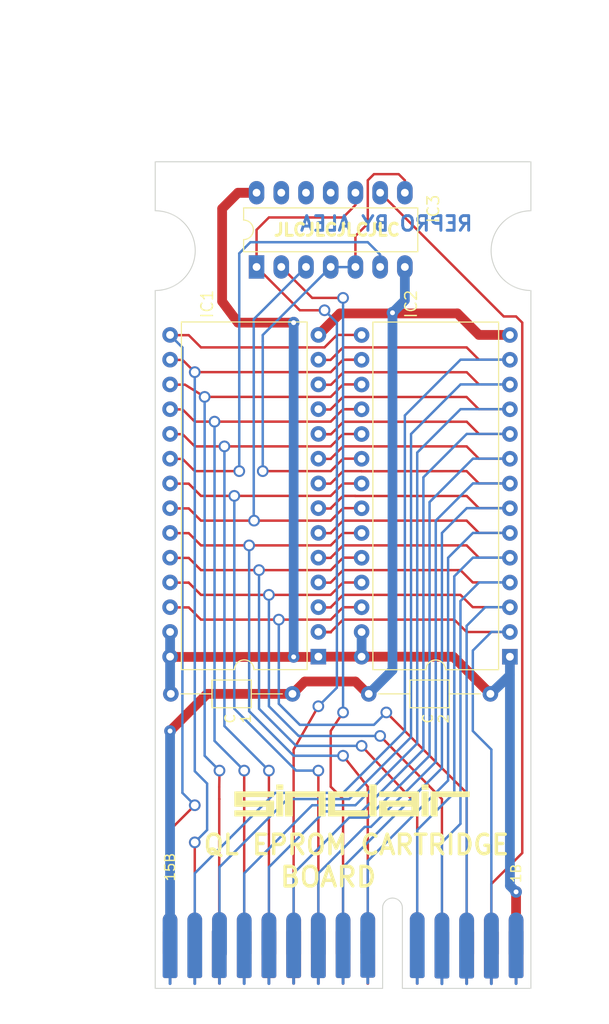
<source format=kicad_pcb>
(kicad_pcb (version 20240108) (generator "pcbnew") (generator_version "8.0")
  (title_block (title "16Kb ROM Cartridge for Sinclair QL") (date "2022-02-04") (rev "0") (company "(c) 2022 Alvaro Alea Fdz.") (comment 1 "IC2 should be 27C128 / W27C512") (comment 2 "https://ohwr.org/cern_ohl_s_v2.txt") (comment 3 "CERN Open Hardware Licence Version 2 - Strongly Reciprocal") (comment 4 "Under License"))
  (layers (0 "F.Cu" signal) (31 "B.Cu" signal) (34 "B.Paste" user) (35 "F.Paste" user) (36 "B.SilkS" user "B.Silkscreen") (37 "F.SilkS" user "F.Silkscreen") (38 "B.Mask" user) (39 "F.Mask" user) (44 "Edge.Cuts" user))
  (net 0 "")
  (net 1 "VCC")
  (net 2 "GND")
  (net 3 "/D3")
  (net 4 "/D4")
  (net 5 "/D2")
  (net 6 "/D5")
  (net 7 "/D1")
  (net 8 "/D6")
  (net 9 "/D0")
  (net 10 "/D7")
  (net 11 "/A0")
  (net 12 "/A15")
  (net 13 "/A1")
  (net 14 "/A10")
  (net 15 "/A2")
  (net 16 "/ROMOE")
  (net 17 "/A3")
  (net 18 "/A11")
  (net 19 "/A4")
  (net 20 "/A9")
  (net 21 "/A5")
  (net 22 "/A8")
  (net 23 "/A6")
  (net 24 "/A13")
  (net 25 "/A7")
  (net 26 "/A14")
  (net 27 "/A12")
  (net 29 "/U1_CE")
  (net 30 "/U2_CE")
  (net 31 "/U_ROMOE")
  (footprint "Package_DIP:DIP-28_W15.24mm" (layer "F.Cu") (at 98.425 110.49 180)
    (property "Reference" "IC2" (hide yes))
    (property "Value" "27C128")
  )
  (footprint "8bits:CART_QL_EDGE" (layer "F.Cu") (at 73.66 139.994)
    (property "Reference" "J1" (hide yes))
    (property "Value" "QL_cartridge_ROM" (hide yes))
  )
  (footprint "Package_DIP:DIP-28_W15.24mm" (layer "F.Cu") (at 78.745 110.48 180)
    (property "Reference" "IC1" (hide yes))
    (property "Value" "27C128")
  )
  (footprint "Capacitor_THT:C_Axial_L3.8mm_D2.6mm_P12.50mm_Horizontal" (layer "F.Cu") (at 63.58 114.3)
    (property "Reference" "C1" (hide yes))
    (property "Value" "C")
  )
  (footprint "Capacitor_THT:C_Axial_L3.8mm_D2.6mm_P12.50mm_Horizontal" (layer "F.Cu") (at 96.42 114.3 180)
    (property "Reference" "C2" (hide yes))
    (property "Value" "C")
  )
  (footprint "Package_DIP:DIP-14_W7.62mm_LongPads" (layer "F.Cu") (at 72.39 70.485 90)
    (property "Reference" "IC3" (hide yes))
    (property "Value" "74LS00")
  )
  (gr_poly (pts (xy 89.395362 123.643521) (xy 90.017653 123.643521) (xy 90.017653 124.084744) (xy 89.395362 124.084744) (xy 89.395362 123.643521)) (stroke (width 0.1)) (fill solid) (layer "F.SilkS"))
  (gr_poly (pts (xy 74.463711 124.356442) (xy 75.087037 124.356442) (xy 75.087037 126.828061) (xy 74.463711 126.828061) (xy 74.463711 124.356442)) (stroke (width 0.1)) (fill solid) (layer "F.SilkS"))
  (gr_poly (pts (xy 84.040149 123.64349) (xy 84.679969 123.64349) (xy 84.679969 126.828061) (xy 84.040149 126.828061) (xy 84.040149 123.64349)) (stroke (width 0.1)) (fill solid) (layer "F.SilkS"))
  (gr_poly (pts (xy 75.35436 126.828061) (xy 75.35436 124.356442) (xy 79.438697 124.356442) (xy 79.438697 126.828061) (xy 78.80764 126.828061) (xy 78.80764 124.841031) (xy 76.073062 124.841031) (xy 76.073062 126.828061) (xy 75.35436 126.828061)) (stroke (width 0.1)) (fill solid) (layer "F.SilkS"))
  (gr_poly (pts (xy 74.463711 123.643521) (xy 75.087037 123.643521) (xy 75.087037 124.084744) (xy 74.463711 124.084744) (xy 74.463711 123.643521)) (stroke (width 0.1)) (fill solid) (layer "F.SilkS"))
  (gr_poly (pts (xy 79.785075 126.828061) (xy 79.785075 124.356442) (xy 83.785973 124.356442) (xy 83.785973 124.841031) (xy 80.411575 124.841031) (xy 80.411575 126.296414) (xy 83.785974 126.296414) (xy 83.785954 126.82803) (xy 79.785075 126.828061)) (stroke (width 0.1)) (fill solid) (layer "F.SilkS"))
  (gr_poly (pts (xy 70.155907 126.296414) (xy 73.408602 126.296414) (xy 73.408602 125.828885) (xy 71.188516 125.848385) (xy 70.155907 125.828885) (xy 70.155907 124.356412) (xy 74.143313 124.356412) (xy 74.143313 124.841) (xy 70.865993 124.841) (xy 70.865993 125.302975) (xy 74.143313 125.302975) (xy 74.143313 126.82803) (xy 70.155907 126.82803) (xy 70.155907 126.296414)) (stroke (width 0.1)) (fill solid) (layer "F.SilkS"))
  (gr_poly (pts (xy 85.039321 126.828061) (xy 85.033921 125.954281) (xy 85.039321 125.303006) (xy 88.352366 125.303006) (xy 88.352366 124.841031) (xy 85.039321 124.841031) (xy 85.039321 124.356442) (xy 89.035491 124.356442) (xy 89.035491 126.828061) (xy 88.352366 126.828061) (xy 88.352366 125.828915) (xy 85.793082 125.828915) (xy 85.793082 126.296414) (xy 88.352366 126.296414) (xy 88.352366 126.828061) (xy 85.039321 126.828061)) (stroke (width 0.1)) (fill solid) (layer "F.SilkS"))
  (gr_poly (pts (xy 89.395362 126.828061) (xy 89.395362 124.356442) (xy 90.017653 124.356442) (xy 90.017653 126.828061) (xy 89.395362 126.828061)) (stroke (width 0.1)) (fill solid) (layer "F.SilkS"))
  (gr_poly (pts (xy 90.324418 124.356442) (xy 94.249223 124.356442) (xy 94.249223 124.841031) (xy 90.955476 124.841031) (xy 90.955476 126.828061) (xy 90.32442 126.828061) (xy 90.324418 124.356442)) (stroke (width 0.1)) (fill solid) (layer "F.SilkS"))
  (gr_line (start 100.584 59.69) (end 61.976 59.69) (stroke (width 0.1)) (layer "Edge.Cuts"))
  (gr_line (start 85.344 136.271) (end 85.344 144.526) (stroke (width 0.1)) (layer "Edge.Cuts"))
  (gr_line (start 100.584 72.898) (end 100.584 144.526) (stroke (width 0.1)) (layer "Edge.Cuts"))
  (gr_line (start 85.344 144.526) (end 61.976 144.526) (stroke (width 0.1)) (layer "Edge.Cuts"))
  (gr_line (start 61.97599 72.89876) (end 61.976 144.526) (stroke (width 0.1)) (layer "Edge.Cuts"))
  (gr_line (start 87.376 144.526) (end 87.376 136.271) (stroke (width 0.1)) (layer "Edge.Cuts"))
  (gr_line (start 100.584 144.526) (end 87.376 144.526) (stroke (width 0.1)) (layer "Edge.Cuts"))
  (gr_arc (start 61.97599 64.71844) (mid 66.06615 68.8086) (end 61.97599 72.89876) (stroke (width 0.1)) (layer "Edge.Cuts"))
  (gr_line (start 61.976 59.69) (end 61.976 64.7192) (stroke (width 0.1)) (layer "Edge.Cuts"))
  (gr_arc (start 100.584 72.89952) (mid 96.49384 68.80936) (end 100.584 64.7192) (stroke (width 0.1)) (layer "Edge.Cuts"))
  (gr_arc (start 85.344 136.271) (mid 86.36 135.255) (end 87.376 136.271) (stroke (width 0.1)) (layer "Edge.Cuts"))
  (gr_line (start 100.584 64.7192) (end 100.584 59.69) (stroke (width 0.1)) (layer "Edge.Cuts"))
  (gr_text "REPRO BY ALEA" (at 85.725 66.04 0) (layer "B.Cu") (effects (font (size 1.5 1.5) (thickness 0.3)) (justify mirror)))
  (gr_text "JLCJLCJLCJLC" (at 80.645 66.675 0) (layer "F.SilkS") (effects (font (size 1.25 1.25) (thickness 0.3))))
  (gr_text "BOARD" (at 79.755993 133.096 0) (layer "F.SilkS") (effects (font (size 2 2) (thickness 0.35))))
  (gr_text "C\n2" (at 90.805 116.84 90) (layer "F.SilkS") (effects (font (size 1 1))))
  (gr_text "IC2" (at 88.265 74.295 90) (layer "F.SilkS") (effects (font (size 1.2 1.2))))
  (gr_text "IC3" (at 90.550993 64.516 90) (layer "F.SilkS") (effects (font (size 1.2 1.2))))
  (gr_text "1B" (at 99.06 132.715 90) (layer "F.SilkS") (effects (font (size 1 1))))
  (gr_text "15B" (at 63.5 132.08 90) (layer "F.SilkS") (effects (font (size 1 1))))
  (gr_text "IC1" (at 67.31 74.295 90) (layer "F.SilkS") (effects (font (size 1.2 1.2))))
  (gr_text "QL EPROM CARTRIDGE" (at 82.6516 129.794 0) (layer "F.SilkS") (effects (font (size 2 1.9) (thickness 0.35))))
  (gr_text "C\n1" (at 70.485 116.84 90) (layer "F.SilkS") (effects (font (size 1 1))))
  (segment (start 88.285 110.49) (end 92.61 110.49) (width 1) (layer "F.Cu") (net 1))
  (segment (start 70.485 76.2) (end 68.852143 74.022857) (width 1) (layer "F.Cu") (net 1))
  (segment (start 99.06 134.62) (end 99.06 137.033) (width 1) (layer "F.Cu") (net 1))
  (segment (start 76.2 110.505) (end 63.505 110.505) (width 1) (layer "F.Cu") (net 1))
  (segment (start 70.47 62.88) (end 68.852143 64.497857) (width 1) (layer "F.Cu") (net 1))
  (segment (start 78.745 110.48) (end 83.175 110.48) (width 1) (layer "F.Cu") (net 1))
  (segment (start 92.61 110.49) (end 96.42 114.3) (width 1) (layer "F.Cu") (net 1))
  (segment (start 76.2 76.2) (end 70.485 76.2) (width 1) (layer "F.Cu") (net 1))
  (segment (start 68.852143 74.022857) (end 68.852143 64.497857) (width 1) (layer "F.Cu") (net 1))
  (segment (start 72.39 62.865) (end 70.520944 62.865) (width 1) (layer "F.Cu") (net 1))
  (segment (start 78.72 110.505) (end 78.745 110.48) (width 1) (layer "F.Cu") (net 1))
  (segment (start 70.5 62.88) (end 70.47 62.88) (width 1) (layer "F.Cu") (net 1))
  (segment (start 63.505 110.505) (end 63.58 110.58) (width 1) (layer "F.Cu") (net 1))
  (segment (start 83.8 110.505) (end 83.825 110.48) (width 1) (layer "F.Cu") (net 1))
  (segment (start 76.2 110.505) (end 78.72 110.505) (width 1) (layer "F.Cu") (net 1))
  (segment (start 83.175 110.48) (end 83.185 110.49) (width 1) (layer "F.Cu") (net 1))
  (segment (start 70.485 62.865) (end 70.5 62.88) (width 1) (layer "F.Cu") (net 1))
  (segment (start 70.5 62.88) (end 72.385 62.88) (width 1) (layer "F.Cu") (net 1))
  (segment (start 83.825 110.48) (end 88.275 110.48) (width 1) (layer "F.Cu") (net 1))
  (segment (start 88.275 110.48) (end 88.285 110.49) (width 1) (layer "F.Cu") (net 1))
  (via (at 99.06 134.62) (size 1.2) (drill 0.5) (layers "F.Cu" "B.Cu") (net 1))
  (via (at 76.2 110.505) (size 1.2) (drill 0.5) (layers "F.Cu" "B.Cu") (net 1))
  (via (at 76.2 76.2) (size 1.2) (drill 0.5) (layers "F.Cu" "B.Cu") (net 1))
  (segment (start 98.425 112.395) (end 96.42 114.3) (width 1) (layer "B.Cu") (net 1))
  (segment (start 63.505 114.225) (end 63.58 114.3) (width 1) (layer "B.Cu") (net 1))
  (segment (start 98.425 110.49) (end 98.425 112.395) (width 1) (layer "B.Cu") (net 1))
  (segment (start 63.505 107.965) (end 63.505 110.505) (width 1) (layer "B.Cu") (net 1))
  (segment (start 83.185 107.95) (end 83.185 110.49) (width 1) (layer "B.Cu") (net 1))
  (segment (start 98.425 133.985) (end 99.06 134.62) (width 1) (layer "B.Cu") (net 1))
  (segment (start 98.425 112.268) (end 98.425 133.985) (width 1) (layer "B.Cu") (net 1))
  (segment (start 76.2 110.505) (end 76.2 76.2) (width 1) (layer "B.Cu") (net 1))
  (segment (start 63.505 110.48) (end 63.505 114.225) (width 1) (layer "B.Cu") (net 1))
  (segment (start 93.0175 75.2575) (end 93.0275 75.2475) (width 1) (layer "F.Cu") (net 2))
  (segment (start 76.08 114.3) (end 67.31 114.3) (width 1) (layer "F.Cu") (net 2))
  (segment (start 67.31 114.3) (end 63.5 118.11) (width 1) (layer "F.Cu") (net 2))
  (segment (start 95.24 77.46) (end 93.0275 75.2475) (width 1) (layer "F.Cu") (net 2))
  (segment (start 95.24 77.46) (end 98.425 77.46) (width 1) (layer "F.Cu") (net 2))
  (segment (start 78.745 77.485) (end 80.9725 75.2575) (width 1) (layer "F.Cu") (net 2))
  (segment (start 77.35 113.03) (end 76.08 114.3) (width 1) (layer "F.Cu") (net 2))
  (segment (start 83.92 114.3) (end 83.82 114.3) (width 1) (layer "F.Cu") (net 2))
  (segment (start 83.82 114.3) (end 82.55 113.03) (width 1) (layer "F.Cu") (net 2))
  (segment (start 82.55 113.03) (end 77.35 113.03) (width 1) (layer "F.Cu") (net 2))
  (segment (start 80.9475 75.2575) (end 80.9725 75.2575) (width 1) (layer "F.Cu") (net 2))
  (segment (start 78.745 77.46) (end 80.9475 75.2575) (width 1) (layer "F.Cu") (net 2))
  (segment (start 80.9725 75.2575) (end 93.0175 75.2575) (width 1) (layer "F.Cu") (net 2))
  (via (at 86.36 75.184) (size 1.2) (drill 0.5) (layers "F.Cu" "B.Cu") (net 2))
  (via (at 63.5 118.11) (size 1.2) (drill 0.5) (layers "F.Cu" "B.Cu") (net 2))
  (segment (start 87.63 73.914) (end 86.36 75.184) (width 1) (layer "B.Cu") (net 2))
  (segment (start 86.355 81.275) (end 86.36 81.28) (width 1) (layer "B.Cu") (net 2))
  (segment (start 86.36 81.28) (end 86.36 111.86) (width 1) (layer "B.Cu") (net 2))
  (segment (start 86.36 111.86) (end 83.92 114.3) (width 1) (layer "B.Cu") (net 2))
  (segment (start 86.36 75.184) (end 86.355 81.275) (width 1) (layer "B.Cu") (net 2))
  (segment (start 63.5 118.11) (end 63.5 139.232) (width 1) (layer "B.Cu") (net 2))
  (segment (start 87.63 70.485) (end 87.63 73.914) (width 1) (layer "B.Cu") (net 2))
  (segment (start 65.42 77.485) (end 66.675 78.74) (width 0.25) (layer "F.Cu") (net 3))
  (segment (start 66.675 78.74) (end 79.375 78.74) (width 0.25) (layer "F.Cu") (net 3))
  (segment (start 82.55 77.47) (end 82.565 77.485) (width 0.25) (layer "F.Cu") (net 3))
  (segment (start 63.505 77.485) (end 65.42 77.485) (width 0.25) (layer "F.Cu") (net 3))
  (segment (start 80.655 77.46) (end 79.375 78.74) (width 0.25) (layer "F.Cu") (net 3))
  (segment (start 80.655 77.46) (end 82.555 77.46) (width 0.25) (layer "F.Cu") (net 3))
  (segment (start 63.5 128.27) (end 63.5 139.232) (width 0.25) (layer "F.Cu") (net 3))
  (segment (start 66.04 125.73) (end 63.5 128.27) (width 0.25) (layer "F.Cu") (net 3))
  (via (at 66.04 125.73) (size 1.2) (drill 0.8) (layers "F.Cu" "B.Cu") (net 3))
  (segment (start 64.77 78.75) (end 63.505 77.485) (width 0.25) (layer "B.Cu") (net 3))
  (segment (start 66.04 125.73) (end 64.77 124.46) (width 0.25) (layer "B.Cu") (net 3))
  (segment (start 64.77 124.46) (end 64.77 78.75) (width 0.25) (layer "B.Cu") (net 3))
  (segment (start 66.04 137.033) (end 66.04 129.54) (width 0.25) (layer "F.Cu") (net 4))
  (segment (start 66.04 81.28) (end 80.01 81.28) (width 0.25) (layer "F.Cu") (net 4))
  (segment (start 82.55 80.01) (end 82.565 80.025) (width 0.25) (layer "F.Cu") (net 4))
  (segment (start 81.28 80.01) (end 83.185 80.01) (width 0.25) (layer "F.Cu") (net 4))
  (segment (start 66.04 81.28) (end 64.785 80.025) (width 0.25) (layer "F.Cu") (net 4))
  (segment (start 81.61096 80) (end 82.555 80) (width 0.25) (layer "F.Cu") (net 4))
  (segment (start 64.785 80.025) (end 63.505 80.025) (width 0.25) (layer "F.Cu") (net 4))
  (segment (start 80.01 81.28) (end 81.28 80.01) (width 0.25) (layer "F.Cu") (net 4))
  (via (at 66.04 81.28) (size 1.2) (drill 0.8) (layers "F.Cu" "B.Cu") (net 4))
  (via (at 66.04 129.54) (size 1.2) (drill 0.8) (layers "F.Cu" "B.Cu") (net 4))
  (segment (start 66.04 81.28) (end 66.04 122.23404) (width 0.25) (layer "B.Cu") (net 4))
  (segment (start 67.31 123.50404) (end 67.31 128.27) (width 0.25) (layer "B.Cu") (net 4))
  (segment (start 67.31 128.27) (end 66.04 129.54) (width 0.25) (layer "B.Cu") (net 4))
  (segment (start 66.04 122.23404) (end 67.31 123.50404) (width 0.25) (layer "B.Cu") (net 4))
  (segment (start 81.28 78.74) (end 79.995 80.025) (width 0.25) (layer "F.Cu") (net 5))
  (segment (start 98.425 80) (end 95.24 80) (width 0.25) (layer "F.Cu") (net 5))
  (segment (start 79.995 80.025) (end 78.745 80.025) (width 0.25) (layer "F.Cu") (net 5))
  (segment (start 95.24 80) (end 93.98 78.74) (width 0.25) (layer "F.Cu") (net 5))
  (segment (start 93.98 78.74) (end 81.28 78.74) (width 0.25) (layer "F.Cu") (net 5))
  (segment (start 66.04 137.033) (end 66.04 132.715) (width 0.25) (layer "B.Cu") (net 5))
  (segment (start 87.63 118.11) (end 87.63 85.725) (width 0.25) (layer "B.Cu") (net 5))
  (segment (start 93.355 80) (end 98.425 80) (width 0.25) (layer "B.Cu") (net 5))
  (segment (start 74.295 124.46) (end 81.28 124.46) (width 0.25) (layer "B.Cu") (net 5))
  (segment (start 66.04 132.715) (end 74.295 124.46) (width 0.25) (layer "B.Cu") (net 5))
  (segment (start 81.28 124.46) (end 87.63 118.11) (width 0.25) (layer "B.Cu") (net 5))
  (segment (start 87.63 85.725) (end 93.355 80) (width 0.25) (layer "B.Cu") (net 5))
  (segment (start 80.01 83.82) (end 81.29 82.54) (width 0.25) (layer "F.Cu") (net 6))
  (segment (start 81.29 82.54) (end 82.555 82.54) (width 0.25) (layer "F.Cu") (net 6))
  (segment (start 68.5546 125.0696) (end 68.58 125.095) (width 0.25) (layer "F.Cu") (net 6))
  (segment (start 67.056 83.82) (end 65.03498 82.565) (width 0.25) (layer "F.Cu") (net 6))
  (segment (start 68.58 122.174) (end 68.5546 123.8504) (width 0.25) (layer "F.Cu") (net 6))
  (segment (start 67.056 83.82) (end 80.01 83.82) (width 0.25) (layer "F.Cu") (net 6))
  (segment (start 65.03498 82.565) (end 63.505 82.565) (width 0.25) (layer "F.Cu") (net 6))
  (segment (start 68.5546 123.8504) (end 68.5546 125.0696) (width 0.25) (layer "F.Cu") (net 6))
  (segment (start 68.5546 125.1204) (end 68.5546 138.7602) (width 0.25) (layer "F.Cu") (net 6))
  (via (at 68.58 122.174) (size 1.2) (drill 0.8) (layers "F.Cu" "B.Cu") (net 6))
  (via (at 67.056 83.82) (size 1.2) (drill 0.8) (layers "F.Cu" "B.Cu") (net 6))
  (segment (start 68.58 122.174) (end 67.056 120.65) (width 0.25) (layer "B.Cu") (net 6))
  (segment (start 67.056 120.65) (end 67.056 83.82) (width 0.25) (layer "B.Cu") (net 6))
  (segment (start 95.24 82.54) (end 93.99 81.29) (width 0.25) (layer "F.Cu") (net 7))
  (segment (start 93.99 81.29) (end 81.32 81.29) (width 0.25) (layer "F.Cu") (net 7))
  (segment (start 81.32 81.29) (end 80.035 82.575) (width 0.25) (layer "F.Cu") (net 7))
  (segment (start 98.425 82.54) (end 95.24 82.54) (width 0.25) (layer "F.Cu") (net 7))
  (segment (start 80.035 82.575) (end 78.745 82.575) (width 0.25) (layer "F.Cu") (net 7))
  (segment (start 81.915 125.095) (end 88.265 118.745) (width 0.25) (layer "B.Cu") (net 7))
  (segment (start 68.58 136.993) (end 68.58 132.08) (width 0.25) (layer "B.Cu") (net 7))
  (segment (start 88.265 118.745) (end 88.265 87.63) (width 0.25) (layer "B.Cu") (net 7))
  (segment (start 93.355 82.54) (end 98.425 82.54) (width 0.25) (layer "B.Cu") (net 7))
  (segment (start 68.58 132.08) (end 75.565 125.095) (width 0.25) (layer "B.Cu") (net 7))
  (segment (start 75.565 125.095) (end 81.915 125.095) (width 0.25) (layer "B.Cu") (net 7))
  (segment (start 88.265 87.63) (end 93.355 82.54) (width 0.25) (layer "B.Cu") (net 7))
  (segment (start 71.12 139.232) (end 71.12 122.174) (width 0.25) (layer "F.Cu") (net 8))
  (segment (start 66.04 86.36) (end 64.785 85.105) (width 0.25) (layer "F.Cu") (net 8))
  (segment (start 68.072 86.36) (end 80.01 86.36) (width 0.25) (layer "F.Cu") (net 8))
  (segment (start 81.28 85.09) (end 83.185 85.09) (width 0.25) (layer "F.Cu") (net 8))
  (segment (start 81.61096 85.08) (end 82.555 85.08) (width 0.25) (layer "F.Cu") (net 8))
  (segment (start 68.072 86.36) (end 66.04 86.36) (width 0.25) (layer "F.Cu") (net 8))
  (segment (start 64.785 85.105) (end 63.505 85.105) (width 0.25) (layer "F.Cu") (net 8))
  (segment (start 80.01 86.36) (end 81.28 85.09) (width 0.25) (layer "F.Cu") (net 8))
  (via (at 68.072 86.36) (size 1.2) (drill 0.8) (layers "F.Cu" "B.Cu") (net 8))
  (via (at 71.12 122.174) (size 1.2) (drill 0.8) (layers "F.Cu" "B.Cu") (net 8))
  (segment (start 68.072 119.126) (end 68.072 86.36) (width 0.25) (layer "B.Cu") (net 8))
  (segment (start 71.12 122.174) (end 68.072 119.126) (width 0.25) (layer "B.Cu") (net 8))
  (segment (start 79.985 85.115) (end 78.74 85.115) (width 0.25) (layer "F.Cu") (net 9))
  (segment (start 98.425 85.08) (end 95.22 85.08) (width 0.25) (layer "F.Cu") (net 9))
  (segment (start 95.22 85.08) (end 93.97 83.83) (width 0.25) (layer "F.Cu") (net 9))
  (segment (start 93.97 83.83) (end 81.27 83.83) (width 0.25) (layer "F.Cu") (net 9))
  (segment (start 81.27 83.83) (end 79.985 85.115) (width 0.25) (layer "F.Cu") (net 9))
  (segment (start 88.9 119.38) (end 88.9 89.535) (width 0.25) (layer "B.Cu") (net 9))
  (segment (start 88.9 89.535) (end 93.355 85.08) (width 0.25) (layer "B.Cu") (net 9))
  (segment (start 93.355 85.08) (end 98.425 85.08) (width 0.25) (layer "B.Cu") (net 9))
  (segment (start 71.12 132.715) (end 78.105 125.73) (width 0.25) (layer "B.Cu") (net 9))
  (segment (start 82.55 125.73) (end 88.9 119.38) (width 0.25) (layer "B.Cu") (net 9))
  (segment (start 78.105 125.73) (end 82.55 125.73) (width 0.25) (layer "B.Cu") (net 9))
  (segment (start 71.12 137.033) (end 71.12 132.715) (width 0.25) (layer "B.Cu") (net 9))
  (segment (start 82.52 87.63) (end 82.535 87.645) (width 0.25) (layer "F.Cu") (net 10))
  (segment (start 81.28 87.63) (end 82.52 87.63) (width 0.25) (layer "F.Cu") (net 10))
  (segment (start 80.01 88.9) (end 81.28 87.63) (width 0.25) (layer "F.Cu") (net 10))
  (segment (start 64.785 87.645) (end 66.04 88.9) (width 0.25) (layer "F.Cu") (net 10))
  (segment (start 66.04 88.9) (end 80.01 88.9) (width 0.25) (layer "F.Cu") (net 10))
  (segment (start 63.505 87.645) (end 64.785 87.645) (width 0.25) (layer "F.Cu") (net 10))
  (segment (start 73.66 137.501) (end 73.66 122.174) (width 0.25) (layer "F.Cu") (net 10))
  (via (at 69.088 88.9) (size 1.2) (drill 0.8) (layers "F.Cu" "B.Cu") (net 10))
  (via (at 73.66 122.174) (size 1.2) (drill 0.8) (layers "F.Cu" "B.Cu") (net 10))
  (segment (start 73.66 122.174) (end 69.088 117.602) (width 0.25) (layer "B.Cu") (net 10))
  (segment (start 69.088 117.602) (end 69.088 88.9) (width 0.25) (layer "B.Cu") (net 10))
  (segment (start 80.035 87.655) (end 78.74 87.655) (width 0.25) (layer "F.Cu") (net 11))
  (segment (start 78.745 87.645) (end 80.045 87.645) (width 0.25) (layer "F.Cu") (net 11))
  (segment (start 93.99 86.37) (end 81.32 86.37) (width 0.25) (layer "F.Cu") (net 11))
  (segment (start 80.035 87.655) (end 81.32 86.37) (width 0.25) (layer "F.Cu") (net 11))
  (segment (start 95.24 87.62) (end 98.425 87.62) (width 0.25) (layer "F.Cu") (net 11))
  (segment (start 95.24 87.62) (end 93.99 86.37) (width 0.25) (layer "F.Cu") (net 11))
  (segment (start 79.375 126.365) (end 83.185 126.365) (width 0.25) (layer "B.Cu") (net 11))
  (segment (start 93.99 87.62) (end 98.425 87.62) (width 0.25) (layer "B.Cu") (net 11))
  (segment (start 73.66 137.033) (end 73.66 132.08) (width 0.25) (layer "B.Cu") (net 11))
  (segment (start 89.535 92.075) (end 93.99 87.62) (width 0.25) (layer "B.Cu") (net 11))
  (segment (start 89.535 120.015) (end 89.535 92.075) (width 0.25) (layer "B.Cu") (net 11))
  (segment (start 73.66 132.08) (end 79.375 126.365) (width 0.25) (layer "B.Cu") (net 11))
  (segment (start 83.185 126.365) (end 89.535 120.015) (width 0.25) (layer "B.Cu") (net 11))
  (segment (start 78.74 115.57) (end 76.2 120.015) (width 0.25) (layer "F.Cu") (net 12))
  (segment (start 79.375 74.93) (end 76.835 74.93) (width 0.25) (layer "F.Cu") (net 12))
  (segment (start 72.39 70.485) (end 76.835 74.93) (width 0.25) (layer "F.Cu") (net 12))
  (segment (start 76.2 120.015) (end 76.2 137.501) (width 0.25) (layer "F.Cu") (net 12))
  (segment (start 73.66 65.405) (end 72.39 66.675) (width 0.25) (layer "F.Cu") (net 12))
  (segment (start 73.66 65.405) (end 81.28 65.405) (width 0.25) (layer "F.Cu") (net 12))
  (segment (start 72.39 66.675) (end 72.39 70.485) (width 0.25) (layer "F.Cu") (net 12))
  (segment (start 82.55 64.135) (end 81.28 65.405) (width 0.25) (layer "F.Cu") (net 12))
  (segment (start 82.55 62.865) (end 82.55 64.135) (width 0.25) (layer "F.Cu") (net 12))
  (via (at 79.375 74.93) (size 1.2) (drill 0.8) (layers "F.Cu" "B.Cu") (net 12))
  (via (at 78.74 115.57) (size 1.2) (drill 0.8) (layers "F.Cu" "B.Cu") (net 12))
  (segment (start 80.645 76.2) (end 79.375 74.93) (width 0.25) (layer "B.Cu") (net 12))
  (segment (start 78.74 115.57) (end 80.645 113.665) (width 0.25) (layer "B.Cu") (net 12))
  (segment (start 80.645 113.665) (end 80.645 76.2) (width 0.25) (layer "B.Cu") (net 12))
  (segment (start 80.025 90.155) (end 81.28 88.9) (width 0.25) (layer "F.Cu") (net 13))
  (segment (start 95.24 90.16) (end 98.425 90.16) (width 0.25) (layer "F.Cu") (net 13))
  (segment (start 95.24 90.16) (end 93.98 88.9) (width 0.25) (layer "F.Cu") (net 13))
  (segment (start 80.025 90.185) (end 80.025 90.155) (width 0.25) (layer "F.Cu") (net 13))
  (segment (start 81.28 88.9) (end 93.98 88.9) (width 0.25) (layer "F.Cu") (net 13))
  (segment (start 78.74 90.185) (end 80.025 90.185) (width 0.25) (layer "F.Cu") (net 13))
  (segment (start 83.82 127) (end 90.17 120.65) (width 0.25) (layer "B.Cu") (net 13))
  (segment (start 81.915 127) (end 83.82 127) (width 0.25) (layer "B.Cu") (net 13))
  (segment (start 76.2 132.715) (end 81.915 127) (width 0.25) (layer "B.Cu") (net 13))
  (segment (start 76.2 137.033) (end 76.2 132.715) (width 0.25) (layer "B.Cu") (net 13))
  (segment (start 94.625 90.16) (end 98.425 90.16) (width 0.25) (layer "B.Cu") (net 13))
  (segment (start 90.17 120.65) (end 90.17 94.615) (width 0.25) (layer "B.Cu") (net 13))
  (segment (start 90.17 94.615) (end 94.625 90.16) (width 0.25) (layer "B.Cu") (net 13))
  (segment (start 81.28 92.71) (end 82.52 92.71) (width 0.25) (layer "F.Cu") (net 14))
  (segment (start 82.52 92.71) (end 82.535 92.725) (width 0.25) (layer "F.Cu") (net 14))
  (segment (start 70.104 93.98) (end 66.675 93.98) (width 0.25) (layer "F.Cu") (net 14))
  (segment (start 78.74 139.232) (end 78.74 122.174) (width 0.25) (layer "F.Cu") (net 14))
  (segment (start 65.42 92.725) (end 63.505 92.725) (width 0.25) (layer "F.Cu") (net 14))
  (segment (start 66.675 93.98) (end 65.42 92.725) (width 0.25) (layer "F.Cu") (net 14))
  (segment (start 70.104 93.98) (end 80.01 93.98) (width 0.25) (layer "F.Cu") (net 14))
  (segment (start 80.01 93.98) (end 81.28 92.71) (width 0.25) (layer "F.Cu") (net 14))
  (via (at 78.74 122.174) (size 1.2) (drill 0.8) (layers "F.Cu" "B.Cu") (net 14))
  (via (at 70.104 93.98) (size 1.2) (drill 0.8) (layers "F.Cu" "B.Cu") (net 14))
  (segment (start 70.104 115.824) (end 70.104 93.98) (width 0.25) (layer "B.Cu") (net 14))
  (segment (start 76.454 122.174) (end 70.104 115.824) (width 0.25) (layer "B.Cu") (net 14))
  (segment (start 78.74 122.174) (end 76.454 122.174) (width 0.25) (layer "B.Cu") (net 14))
  (segment (start 81.28 91.44) (end 83.165 91.44) (width 0.25) (layer "F.Cu") (net 15))
  (segment (start 95.24 92.7) (end 93.98 91.44) (width 0.25) (layer "F.Cu") (net 15))
  (segment (start 79.995 92.725) (end 81.28 91.44) (width 0.25) (layer "F.Cu") (net 15))
  (segment (start 95.24 92.7) (end 98.425 92.7) (width 0.25) (layer "F.Cu") (net 15))
  (segment (start 83.165 91.44) (end 83.175 91.45) (width 0.25) (layer "F.Cu") (net 15))
  (segment (start 83.175 91.45) (end 93.98 91.44) (width 0.25) (layer "F.Cu") (net 15))
  (segment (start 78.745 92.725) (end 79.995 92.725) (width 0.25) (layer "F.Cu") (net 15))
  (segment (start 78.74 132.715) (end 83.5025 127.9525) (width 0.25) (layer "B.Cu") (net 15))
  (segment (start 83.5025 127.9525) (end 84.1375 127.9525) (width 0.25) (layer "B.Cu") (net 15))
  (segment (start 84.1375 127.9525) (end 90.805 121.285) (width 0.25) (layer "B.Cu") (net 15))
  (segment (start 90.805 121.285) (end 90.805 96.52) (width 0.25) (layer "B.Cu") (net 15))
  (segment (start 90.805 96.52) (end 94.625 92.7) (width 0.25) (layer "B.Cu") (net 15))
  (segment (start 78.74 137.033) (end 78.74 132.715) (width 0.25) (layer "B.Cu") (net 15))
  (segment (start 94.625 92.7) (end 98.425 92.7) (width 0.25) (layer "B.Cu") (net 15))
  (segment (start 80.01 118.11) (end 80.01 123.825) (width 0.25) (layer "F.Cu") (net 16))
  (segment (start 81.28 116.205) (end 80.01 118.11) (width 0.25) (layer "F.Cu") (net 16))
  (segment (start 74.93 70.485) (end 78.105 73.66) (width 0.25) (layer "F.Cu") (net 16))
  (segment (start 78.105 73.66) (end 81.28 73.66) (width 0.25) (layer "F.Cu") (net 16))
  (segment (start 81.28 125.095) (end 81.28 137.033) (width 0.25) (layer "F.Cu") (net 16))
  (segment (start 80.01 123.825) (end 81.28 125.095) (width 0.25) (layer "F.Cu") (net 16))
  (via (at 81.28 116.205) (size 1.2) (drill 0.8) (layers "F.Cu" "B.Cu") (net 16))
  (via (at 81.28 73.66) (size 1.2) (drill 0.8) (layers "F.Cu" "B.Cu") (net 16))
  (segment (start 81.28 116.205) (end 81.28 73.66) (width 0.25) (layer "B.Cu") (net 16))
  (segment (start 78.74 95.275) (end 80.035 95.275) (width 0.25) (layer "F.Cu") (net 17))
  (segment (start 80.035 95.225) (end 81.28 93.98) (width 0.25) (layer "F.Cu") (net 17))
  (segment (start 98.425 95.24) (end 95.24 95.24) (width 0.25) (layer "F.Cu") (net 17))
  (segment (start 81.28 93.98) (end 82.535 93.98) (width 0.25) (layer "F.Cu") (net 17))
  (segment (start 82.535 93.98) (end 82.545 93.99) (width 0.25) (layer "F.Cu") (net 17))
  (segment (start 82.545 93.99) (end 93.99 93.99) (width 0.25) (layer "F.Cu") (net 17))
  (segment (start 95.24 95.24) (end 93.99 93.99) (width 0.25) (layer "F.Cu") (net 17))
  (segment (start 80.035 95.275) (end 80.035 95.225) (width 0.25) (layer "F.Cu") (net 17))
  (segment (start 81.28 132.08) (end 91.44 121.92) (width 0.25) (layer "B.Cu") (net 17))
  (segment (start 81.28 137.033) (end 81.28 132.08) (width 0.25) (layer "B.Cu") (net 17))
  (segment (start 91.44 97.79) (end 91.44 121.92) (width 0.25) (layer "B.Cu") (net 17))
  (segment (start 93.99 95.24) (end 91.44 97.79) (width 0.25) (layer "B.Cu") (net 17))
  (segment (start 98.425 95.24) (end 93.99 95.24) (width 0.25) (layer "B.Cu") (net 17))
  (segment (start 83.155 97.79) (end 83.17 97.805) (width 0.25) (layer "F.Cu") (net 18))
  (segment (start 65.42 97.805) (end 66.675 99.06) (width 0.25) (layer "F.Cu") (net 18))
  (segment (start 81.28 120.65) (end 83.82 123.825) (width 0.25) (layer "F.Cu") (net 18))
  (segment (start 80.01 99.06) (end 81.28 97.79) (width 0.25) (layer "F.Cu") (net 18))
  (segment (start 83.82 123.825) (end 83.82 138.731) (width 0.25) (layer "F.Cu") (net 18))
  (segment (start 63.505 97.805) (end 65.42 97.805) (width 0.25) (layer "F.Cu") (net 18))
  (segment (start 66.675 99.06) (end 80.01 99.06) (width 0.25) (layer "F.Cu") (net 18))
  (segment (start 81.28 97.79) (end 83.155 97.79) (width 0.25) (layer "F.Cu") (net 18))
  (via (at 81.28 120.65) (size 1.2) (drill 0.8) (layers "F.Cu" "B.Cu") (net 18))
  (via (at 71.628 99.06) (size 1.2) (drill 0.8) (layers "F.Cu" "B.Cu") (net 18))
  (segment (start 71.628 116.078) (end 71.628 99.06) (width 0.25) (layer "B.Cu") (net 18))
  (segment (start 81.28 120.65) (end 76.2 120.65) (width 0.25) (layer "B.Cu") (net 18))
  (segment (start 76.2 120.65) (end 71.628 116.078) (width 0.25) (layer "B.Cu") (net 18))
  (segment (start 81.28 96.52) (end 93.98 96.52) (width 0.25) (layer "F.Cu") (net 19))
  (segment (start 80.025 97.775) (end 81.28 96.52) (width 0.25) (layer "F.Cu") (net 19))
  (segment (start 95.24 97.78) (end 93.98 96.52) (width 0.25) (layer "F.Cu") (net 19))
  (segment (start 78.74 97.805) (end 80.025 97.805) (width 0.25) (layer "F.Cu") (net 19))
  (segment (start 98.425 97.78) (end 95.24 97.78) (width 0.25) (layer "F.Cu") (net 19))
  (segment (start 80.025 97.805) (end 80.025 97.775) (width 0.25) (layer "F.Cu") (net 19))
  (segment (start 92.075 100.33) (end 92.075 123.19) (width 0.25) (layer "B.Cu") (net 19))
  (segment (start 94.625 97.78) (end 92.075 100.33) (width 0.25) (layer "B.Cu") (net 19))
  (segment (start 92.075 123.19) (end 83.82 131.445) (width 0.25) (layer "B.Cu") (net 19))
  (segment (start 98.425 97.78) (end 94.625 97.78) (width 0.25) (layer "B.Cu") (net 19))
  (segment (start 83.82 131.445) (end 83.82 136.993) (width 0.25) (layer "B.Cu") (net 19))
  (segment (start 81.29 100.32) (end 82.555 100.32) (width 0.25) (layer "F.Cu") (net 20))
  (segment (start 80.01 101.6) (end 81.29 100.32) (width 0.25) (layer "F.Cu") (net 20))
  (segment (start 88.9 125.73) (end 88.9 138.771) (width 0.25) (layer "F.Cu") (net 20))
  (segment (start 66.675 101.6) (end 80.01 101.6) (width 0.25) (layer "F.Cu") (net 20))
  (segment (start 63.505 100.345) (end 65.42 100.345) (width 0.25) (layer "F.Cu") (net 20))
  (segment (start 83.185 119.634) (end 88.9 125.73) (width 0.25) (layer "F.Cu") (net 20))
  (segment (start 65.42 100.345) (end 66.675 101.6) (width 0.25) (layer "F.Cu") (net 20))
  (via (at 72.644 101.6) (size 1.2) (drill 0.8) (layers "F.Cu" "B.Cu") (net 20))
  (via (at 83.185 119.634) (size 1.2) (drill 0.8) (layers "F.Cu" "B.Cu") (net 20))
  (segment (start 76.454 119.634) (end 72.644 115.824) (width 0.25) (layer "B.Cu") (net 20))
  (segment (start 72.644 115.824) (end 72.644 101.6) (width 0.25) (layer "B.Cu") (net 20))
  (segment (start 83.185 119.634) (end 76.454 119.634) (width 0.25) (layer "B.Cu") (net 20))
  (segment (start 95.24 100.32) (end 93.98 99.06) (width 0.25) (layer "F.Cu") (net 21))
  (segment (start 80.025 100.345) (end 80.025 100.315) (width 0.25) (layer "F.Cu") (net 21))
  (segment (start 78.745 100.345) (end 80.025 100.345) (width 0.25) (layer "F.Cu") (net 21))
  (segment (start 81.28 99.06) (end 93.98 99.06) (width 0.25) (layer "F.Cu") (net 21))
  (segment (start 98.425 100.32) (end 95.24 100.32) (width 0.25) (layer "F.Cu") (net 21))
  (segment (start 80.025 100.315) (end 81.28 99.06) (width 0.25) (layer "F.Cu") (net 21))
  (segment (start 88.9 128.27) (end 92.71 124.46) (width 0.25) (layer "B.Cu") (net 21))
  (segment (start 88.9 136.993) (end 88.9 128.27) (width 0.25) (layer "B.Cu") (net 21))
  (segment (start 92.71 124.46) (end 92.71 102.235) (width 0.25) (layer "B.Cu") (net 21))
  (segment (start 92.71 102.235) (end 94.625 100.32) (width 0.25) (layer "B.Cu") (net 21))
  (segment (start 94.625 100.32) (end 98.425 100.32) (width 0.25) (layer "B.Cu") (net 21))
  (segment (start 81.28 102.87) (end 82.52 102.87) (width 0.25) (layer "F.Cu") (net 22))
  (segment (start 91.44 125.095) (end 91.44 138.811) (width 0.25) (layer "F.Cu") (net 22))
  (segment (start 65.405 102.87) (end 65.39 102.885) (width 0.25) (layer "F.Cu") (net 22))
  (segment (start 65.39 102.885) (end 63.505 102.885) (width 0.25) (layer "F.Cu") (net 22))
  (segment (start 73.66 104.14) (end 66.675 104.14) (width 0.25) (layer "F.Cu") (net 22))
  (segment (start 73.66 104.14) (end 80.01 104.14) (width 0.25) (layer "F.Cu") (net 22))
  (segment (start 82.52 102.87) (end 82.535 102.885) (width 0.25) (layer "F.Cu") (net 22))
  (segment (start 85.09 118.618) (end 91.44 125.095) (width 0.25) (layer "F.Cu") (net 22))
  (segment (start 80.01 104.14) (end 81.28 102.87) (width 0.25) (layer "F.Cu") (net 22))
  (segment (start 66.675 104.14) (end 65.405 102.87) (width 0.25) (layer "F.Cu") (net 22))
  (via (at 73.66 104.14) (size 1.2) (drill 0.8) (layers "F.Cu" "B.Cu") (net 22))
  (via (at 85.09 118.618) (size 1.2) (drill 0.8) (layers "F.Cu" "B.Cu") (net 22))
  (segment (start 76.708 118.618) (end 73.66 115.57) (width 0.25) (layer "B.Cu") (net 22))
  (segment (start 85.09 118.618) (end 76.708 118.618) (width 0.25) (layer "B.Cu") (net 22))
  (segment (start 73.66 115.57) (end 73.66 104.14) (width 0.25) (layer "B.Cu") (net 22))
  (segment (start 94.605 102.86) (end 93.345 101.6) (width 0.25) (layer "F.Cu") (net 23))
  (segment (start 79.995 102.885) (end 81.28 101.6) (width 0.25) (layer "F.Cu") (net 23))
  (segment (start 81.28 101.6) (end 93.345 101.6) (width 0.25) (layer "F.Cu") (net 23))
  (segment (start 78.745 102.885) (end 79.995 102.885) (width 0.25) (layer "F.Cu") (net 23))
  (segment (start 98.425 102.86) (end 94.605 102.86) (width 0.25) (layer "F.Cu") (net 23))
  (segment (start 93.345 104.775) (end 95.26 102.86) (width 0.25) (layer "B.Cu") (net 23))
  (segment (start 95.26 102.86) (end 98.425 102.86) (width 0.25) (layer "B.Cu") (net 23))
  (segment (start 91.44 129.54) (end 93.345 127.635) (width 0.25) (layer "B.Cu") (net 23))
  (segment (start 93.345 127.635) (end 93.345 104.775) (width 0.25) (layer "B.Cu") (net 23))
  (segment (start 91.44 137.033) (end 91.44 129.54) (width 0.25) (layer "B.Cu") (net 23))
  (segment (start 63.52 105.41) (end 63.505 105.425) (width 0.25) (layer "F.Cu") (net 24))
  (segment (start 93.98 124.46) (end 85.725 116.205) (width 0.25) (layer "F.Cu") (net 24))
  (segment (start 65.42 105.425) (end 66.675 106.68) (width 0.25) (layer "F.Cu") (net 24))
  (segment (start 81.28 105.41) (end 80.01 106.68) (width 0.25) (layer "F.Cu") (net 24))
  (segment (start 93.98 138.811) (end 93.98 124.46) (width 0.25) (layer "F.Cu") (net 24))
  (segment (start 83.185 105.41) (end 81.28 105.41) (width 0.25) (layer "F.Cu") (net 24))
  (segment (start 63.505 105.425) (end 65.42 105.425) (width 0.25) (layer "F.Cu") (net 24))
  (segment (start 66.675 106.68) (end 80.01 106.68) (width 0.25) (layer "F.Cu") (net 24))
  (via (at 85.725 116.205) (size 1.2) (drill 0.8) (layers "F.Cu" "B.Cu") (net 24))
  (via (at 74.676 106.68) (size 1.2) (drill 0.8) (layers "F.Cu" "B.Cu") (net 24))
  (segment (start 74.676 115.316) (end 76.835 117.475) (width 0.25) (layer "B.Cu") (net 24))
  (segment (start 84.455 117.475) (end 85.725 116.205) (width 0.25) (layer "B.Cu") (net 24))
  (segment (start 74.676 106.68) (end 74.676 115.316) (width 0.25) (layer "B.Cu") (net 24))
  (segment (start 76.835 117.475) (end 84.455 117.475) (width 0.25) (layer "B.Cu") (net 24))
  (segment (start 80.025 105.395) (end 81.28 104.14) (width 0.25) (layer "F.Cu") (net 25))
  (segment (start 94.605 105.4) (end 93.345 104.14) (width 0.25) (layer "F.Cu") (net 25))
  (segment (start 81.28 104.14) (end 93.345 104.14) (width 0.25) (layer "F.Cu") (net 25))
  (segment (start 78.745 105.425) (end 80.025 105.425) (width 0.25) (layer "F.Cu") (net 25))
  (segment (start 80.025 105.425) (end 80.025 105.395) (width 0.25) (layer "F.Cu") (net 25))
  (segment (start 98.425 105.4) (end 94.605 105.4) (width 0.25) (layer "F.Cu") (net 25))
  (segment (start 95.895 105.4) (end 98.425 105.4) (width 0.25) (layer "B.Cu") (net 25))
  (segment (start 93.98 107.315) (end 95.895 105.4) (width 0.25) (layer "B.Cu") (net 25))
  (segment (start 93.98 139.232) (end 93.98 107.315) (width 0.25) (layer "B.Cu") (net 25))
  (segment (start 99.695 76.2) (end 99.695 130.6322) (width 0.25) (layer "F.Cu") (net 26))
  (segment (start 97.79 75.565) (end 99.06 75.565) (width 0.25) (layer "F.Cu") (net 26))
  (segment (start 96.52 133.8072) (end 96.52 137.033) (width 0.25) (layer "F.Cu") (net 26))
  (segment (start 85.085 62.88) (end 85.105 62.88) (width 0.25) (layer "F.Cu") (net 26))
  (segment (start 99.695 130.6322) (end 96.52 133.8072) (width 0.25) (layer "F.Cu") (net 26))
  (segment (start 99.06 75.565) (end 99.695 76.2) (width 0.25) (layer "F.Cu") (net 26))
  (segment (start 85.09 62.865) (end 97.79 75.565) (width 0.25) (layer "F.Cu") (net 26))
  (segment (start 81.28 106.68) (end 92.71 106.68) (width 0.25) (layer "F.Cu") (net 27))
  (segment (start 80.02 107.94) (end 81.28 106.68) (width 0.25) (layer "F.Cu") (net 27))
  (segment (start 92.71 106.68) (end 93.98 107.95) (width 0.25) (layer "F.Cu") (net 27))
  (segment (start 78.745 107.94) (end 80.02 107.94) (width 0.25) (layer "F.Cu") (net 27))
  (segment (start 80.035 107.975) (end 80.035 107.925) (width 0.25) (layer "F.Cu") (net 27))
  (segment (start 78.745 107.975) (end 80.035 107.975) (width 0.25) (layer "F.Cu") (net 27))
  (segment (start 93.98 107.95) (end 98.425 107.95) (width 0.25) (layer "F.Cu") (net 27))
  (segment (start 96.53 107.94) (end 94.615 109.855) (width 0.25) (layer "B.Cu") (net 27))
  (segment (start 94.615 109.855) (end 94.615 113.03) (width 0.25) (layer "B.Cu") (net 27))
  (segment (start 98.425 107.94) (end 96.53 107.94) (width 0.25) (layer "B.Cu") (net 27))
  (segment (start 94.6125 112.3925) (end 94.6125 118.1075) (width 0.25) (layer "B.Cu") (net 27))
  (segment (start 96.52 120.015) (end 96.52 139.232) (width 0.25) (layer "B.Cu") (net 27))
  (segment (start 94.615 113.03) (end 94.6125 113.0275) (width 0.25) (layer "B.Cu") (net 27))
  (segment (start 94.6125 118.1075) (end 96.52 120.015) (width 0.25) (layer "B.Cu") (net 27))
  (segment (start 64.785 90.185) (end 63.505 90.185) (width 0.25) (layer "F.Cu") (net 29))
  (segment (start 70.612 91.44) (end 66.04 91.44) (width 0.25) (layer "F.Cu") (net 29))
  (segment (start 66.04 91.44) (end 64.785 90.185) (width 0.25) (layer "F.Cu") (net 29))
  (via (at 70.612 91.44) (size 1.2) (drill 0.8) (layers "F.Cu" "B.Cu") (net 29))
  (segment (start 70.612 69.088) (end 71.755 67.945) (width 0.25) (layer "B.Cu") (net 29))
  (segment (start 71.755 67.945) (end 83.82 67.945) (width 0.25) (layer "B.Cu") (net 29))
  (segment (start 83.82 67.945) (end 85.085 69.21) (width 0.25) (layer "B.Cu") (net 29))
  (segment (start 70.612 91.44) (end 70.612 69.088) (width 0.25) (layer "B.Cu") (net 29))
  (segment (start 85.085 69.21) (end 85.085 70.5) (width 0.25) (layer "B.Cu") (net 29))
  (segment (start 81.29 90.16) (end 82.555 90.16) (width 0.25) (layer "F.Cu") (net 30))
  (segment (start 84.455 60.96) (end 83.82 61.595) (width 0.25) (layer "F.Cu") (net 30))
  (segment (start 83.82 61.595) (end 83.82 66.04) (width 0.25) (layer "F.Cu") (net 30))
  (segment (start 73.025 91.44) (end 80.01 91.44) (width 0.25) (layer "F.Cu") (net 30))
  (segment (start 83.82 66.04) (end 82.55 67.31) (width 0.25) (layer "F.Cu") (net 30))
  (segment (start 82.55 67.31) (end 82.55 70.485) (width 0.25) (layer "F.Cu") (net 30))
  (segment (start 87.63 62.865) (end 87.63 61.595) (width 0.25) (layer "F.Cu") (net 30))
  (segment (start 87.63 61.595) (end 86.995 60.96) (width 0.25) (layer "F.Cu") (net 30))
  (segment (start 86.995 60.96) (end 84.455 60.96) (width 0.25) (layer "F.Cu") (net 30))
  (segment (start 80.01 91.44) (end 81.29 90.16) (width 0.25) (layer "F.Cu") (net 30))
  (via (at 73.025 91.44) (size 1.2) (drill 0.8) (layers "F.Cu" "B.Cu") (net 30))
  (segment (start 82.545 70.5) (end 80.45452 70.5) (width 0.25) (layer "B.Cu") (net 30))
  (segment (start 80.01 70.485) (end 78.105713 72.389287) (width 0.25) (layer "B.Cu") (net 30))
  (segment (start 78.105713 72.389287) (end 78.105713 72.390713) (width 0.25) (layer "B.Cu") (net 30))
  (segment (start 73.025 77.47) (end 73.025 78.105) (width 0.25) (layer "B.Cu") (net 30))
  (segment (start 73.025 91.44) (end 73.025 78.105) (width 0.25) (layer "B.Cu") (net 30))
  (segment (start 80.01 70.485) (end 73.025 77.47) (width 0.25) (layer "B.Cu") (net 30))
  (segment (start 65.42 95.265) (end 66.675 96.52) (width 0.25) (layer "F.Cu") (net 31))
  (segment (start 80.01 96.52) (end 81.29 95.24) (width 0.25) (layer "F.Cu") (net 31))
  (segment (start 63.505 95.265) (end 65.42 95.265) (width 0.25) (layer "F.Cu") (net 31))
  (segment (start 81.29 95.24) (end 82.555 95.24) (width 0.25) (layer "F.Cu") (net 31))
  (segment (start 66.675 96.52) (end 80.01 96.52) (width 0.25) (layer "F.Cu") (net 31))
  (via (at 72.136 96.52) (size 1.2) (drill 0.8) (layers "F.Cu" "B.Cu") (net 31))
  (segment (start 72.136 96.52) (end 72.100489 96.484489) (width 0.25) (layer "B.Cu") (net 31))
  (segment (start 77.47 70.485) (end 72.100489 75.854511) (width 0.25) (layer "B.Cu") (net 31))
  (segment (start 72.100489 96.484489) (end 72.100489 75.854511) (width 0.25) (layer "B.Cu") (net 31))
)
</source>
